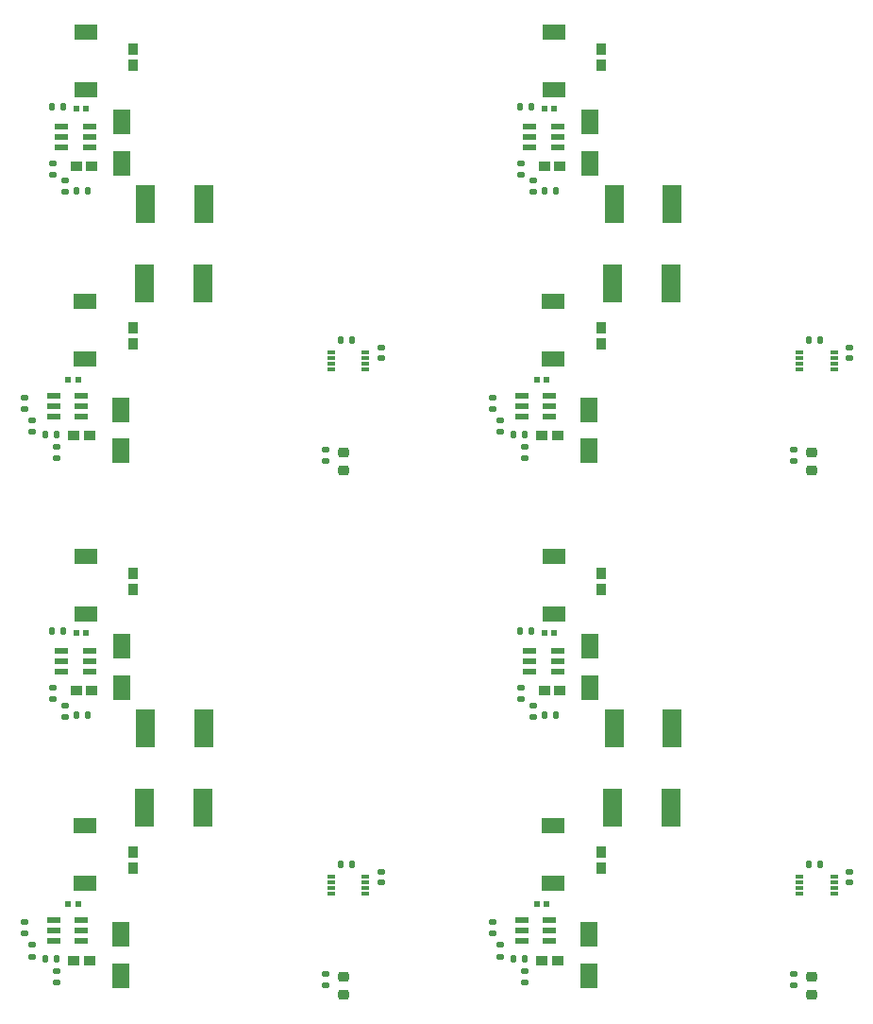
<source format=gbr>
%TF.GenerationSoftware,KiCad,Pcbnew,(6.0.11)*%
%TF.CreationDate,2023-02-14T10:41:56+13:00*%
%TF.ProjectId,shield_panel,73686965-6c64-45f7-9061-6e656c2e6b69,rev?*%
%TF.SameCoordinates,Original*%
%TF.FileFunction,Paste,Top*%
%TF.FilePolarity,Positive*%
%FSLAX46Y46*%
G04 Gerber Fmt 4.6, Leading zero omitted, Abs format (unit mm)*
G04 Created by KiCad (PCBNEW (6.0.11)) date 2023-02-14 10:41:56*
%MOMM*%
%LPD*%
G01*
G04 APERTURE LIST*
G04 Aperture macros list*
%AMRoundRect*
0 Rectangle with rounded corners*
0 $1 Rounding radius*
0 $2 $3 $4 $5 $6 $7 $8 $9 X,Y pos of 4 corners*
0 Add a 4 corners polygon primitive as box body*
4,1,4,$2,$3,$4,$5,$6,$7,$8,$9,$2,$3,0*
0 Add four circle primitives for the rounded corners*
1,1,$1+$1,$2,$3*
1,1,$1+$1,$4,$5*
1,1,$1+$1,$6,$7*
1,1,$1+$1,$8,$9*
0 Add four rect primitives between the rounded corners*
20,1,$1+$1,$2,$3,$4,$5,0*
20,1,$1+$1,$4,$5,$6,$7,0*
20,1,$1+$1,$6,$7,$8,$9,0*
20,1,$1+$1,$8,$9,$2,$3,0*%
G04 Aperture macros list end*
%ADD10R,1.010000X0.930000*%
%ADD11R,1.150000X0.600000*%
%ADD12R,0.530000X0.600000*%
%ADD13RoundRect,0.135000X-0.135000X-0.185000X0.135000X-0.185000X0.135000X0.185000X-0.135000X0.185000X0*%
%ADD14RoundRect,0.135000X0.185000X-0.135000X0.185000X0.135000X-0.185000X0.135000X-0.185000X-0.135000X0*%
%ADD15R,1.630000X2.169999*%
%ADD16RoundRect,0.218750X-0.256250X0.218750X-0.256250X-0.218750X0.256250X-0.218750X0.256250X0.218750X0*%
%ADD17R,2.108200X1.411999*%
%ADD18RoundRect,0.135000X0.135000X0.185000X-0.135000X0.185000X-0.135000X-0.185000X0.135000X-0.185000X0*%
%ADD19RoundRect,0.135000X-0.185000X0.135000X-0.185000X-0.135000X0.185000X-0.135000X0.185000X0.135000X0*%
%ADD20R,0.930000X1.010000*%
%ADD21R,0.800000X0.300000*%
%ADD22R,1.778000X3.505200*%
%ADD23RoundRect,0.140000X-0.140000X-0.170000X0.140000X-0.170000X0.140000X0.170000X-0.140000X0.170000X0*%
%ADD24RoundRect,0.140000X-0.170000X0.140000X-0.170000X-0.140000X0.170000X-0.140000X0.170000X0.140000X0*%
G04 APERTURE END LIST*
D10*
%TO.C,C207*%
X30582000Y-55450000D03*
X32000000Y-55450000D03*
%TD*%
D11*
%TO.C,IC202*%
X29500000Y-27700000D03*
X29500000Y-28650000D03*
X29500000Y-29600000D03*
X32000000Y-29600000D03*
X32000000Y-28650000D03*
X32000000Y-27700000D03*
%TD*%
D12*
%TO.C,C202*%
X72100000Y-50400000D03*
X72974000Y-50400000D03*
%TD*%
D13*
%TO.C,R210*%
X28590000Y-72950000D03*
X29610000Y-72950000D03*
%TD*%
D14*
%TO.C,R205*%
X71050000Y-57460000D03*
X71050000Y-56440000D03*
%TD*%
D15*
%TO.C,D206*%
X76900000Y-27328001D03*
X76900000Y-31048001D03*
%TD*%
D10*
%TO.C,C207*%
X72582000Y-102450000D03*
X74000000Y-102450000D03*
%TD*%
D16*
%TO.C,D501*%
X54742500Y-56962500D03*
X54742500Y-58537500D03*
%TD*%
D17*
%TO.C,L201*%
X73600000Y-95585598D03*
X73600000Y-90414402D03*
%TD*%
D11*
%TO.C,IC202*%
X71500000Y-74700000D03*
X71500000Y-75650000D03*
X71500000Y-76600000D03*
X74000000Y-76600000D03*
X74000000Y-75650000D03*
X74000000Y-74700000D03*
%TD*%
D14*
%TO.C,R205*%
X71050000Y-104460000D03*
X71050000Y-103440000D03*
%TD*%
D11*
%TO.C,IC202*%
X29500000Y-74700000D03*
X29500000Y-75650000D03*
X29500000Y-76600000D03*
X32000000Y-76600000D03*
X32000000Y-75650000D03*
X32000000Y-74700000D03*
%TD*%
D10*
%TO.C,C211*%
X30791000Y-78250000D03*
X32209000Y-78250000D03*
%TD*%
D18*
%TO.C,R206*%
X29050000Y-102350000D03*
X28030000Y-102350000D03*
%TD*%
D19*
%TO.C,R213*%
X29800000Y-79590000D03*
X29800000Y-80610000D03*
%TD*%
%TO.C,R202*%
X68850000Y-101090000D03*
X68850000Y-102110000D03*
%TD*%
D12*
%TO.C,C209*%
X30813000Y-73150000D03*
X31687000Y-73150000D03*
%TD*%
%TO.C,C202*%
X72100000Y-97400000D03*
X72974000Y-97400000D03*
%TD*%
D14*
%TO.C,R205*%
X29050000Y-57460000D03*
X29050000Y-56440000D03*
%TD*%
D19*
%TO.C,R213*%
X71800000Y-79590000D03*
X71800000Y-80610000D03*
%TD*%
D10*
%TO.C,C211*%
X30791000Y-31250000D03*
X32209000Y-31250000D03*
%TD*%
D20*
%TO.C,C210*%
X35917000Y-22200000D03*
X35917000Y-20782000D03*
%TD*%
D16*
%TO.C,D501*%
X96742500Y-103962500D03*
X96742500Y-105537500D03*
%TD*%
D21*
%TO.C,U502*%
X53670000Y-94945000D03*
X53670000Y-95445000D03*
X53670000Y-95945000D03*
X53670000Y-96445000D03*
X56770000Y-96445000D03*
X56770000Y-95945000D03*
X56770000Y-95445000D03*
X56770000Y-94945000D03*
%TD*%
D19*
%TO.C,R201*%
X68150000Y-52030000D03*
X68150000Y-53050000D03*
%TD*%
D11*
%TO.C,IC201*%
X70750000Y-51850000D03*
X70750000Y-52800000D03*
X70750000Y-53750000D03*
X73250000Y-53750000D03*
X73250000Y-52800000D03*
X73250000Y-51850000D03*
%TD*%
D16*
%TO.C,D501*%
X54742500Y-103962500D03*
X54742500Y-105537500D03*
%TD*%
D22*
%TO.C,F202*%
X79043400Y-34650000D03*
X84275800Y-34650000D03*
%TD*%
D18*
%TO.C,R206*%
X29050000Y-55350000D03*
X28030000Y-55350000D03*
%TD*%
%TO.C,R212*%
X73860000Y-80500000D03*
X72840000Y-80500000D03*
%TD*%
D10*
%TO.C,C211*%
X72791000Y-78250000D03*
X74209000Y-78250000D03*
%TD*%
D23*
%TO.C,C502*%
X96545000Y-93825000D03*
X97505000Y-93825000D03*
%TD*%
D12*
%TO.C,C209*%
X72813000Y-73150000D03*
X73687000Y-73150000D03*
%TD*%
D20*
%TO.C,C210*%
X77917000Y-22200000D03*
X77917000Y-20782000D03*
%TD*%
D22*
%TO.C,F202*%
X37043400Y-34650000D03*
X42275800Y-34650000D03*
%TD*%
D15*
%TO.C,D202*%
X34800000Y-53090000D03*
X34800000Y-56810000D03*
%TD*%
D18*
%TO.C,R212*%
X31860000Y-80500000D03*
X30840000Y-80500000D03*
%TD*%
D21*
%TO.C,U502*%
X53670000Y-47945000D03*
X53670000Y-48445000D03*
X53670000Y-48945000D03*
X53670000Y-49445000D03*
X56770000Y-49445000D03*
X56770000Y-48945000D03*
X56770000Y-48445000D03*
X56770000Y-47945000D03*
%TD*%
D17*
%TO.C,L201*%
X73600000Y-48585598D03*
X73600000Y-43414402D03*
%TD*%
D13*
%TO.C,R210*%
X70590000Y-72950000D03*
X71610000Y-72950000D03*
%TD*%
D22*
%TO.C,F201*%
X78933800Y-88750000D03*
X84166200Y-88750000D03*
%TD*%
D15*
%TO.C,D206*%
X76900000Y-74328001D03*
X76900000Y-78048001D03*
%TD*%
D23*
%TO.C,C502*%
X96545000Y-46825000D03*
X97505000Y-46825000D03*
%TD*%
D12*
%TO.C,C209*%
X72813000Y-26150000D03*
X73687000Y-26150000D03*
%TD*%
D18*
%TO.C,R212*%
X73860000Y-33500000D03*
X72840000Y-33500000D03*
%TD*%
D10*
%TO.C,C211*%
X72791000Y-31250000D03*
X74209000Y-31250000D03*
%TD*%
D19*
%TO.C,R211*%
X28700000Y-77990000D03*
X28700000Y-79010000D03*
%TD*%
D17*
%TO.C,L201*%
X31600000Y-95585598D03*
X31600000Y-90414402D03*
%TD*%
D19*
%TO.C,R501*%
X95172500Y-103665000D03*
X95172500Y-104685000D03*
%TD*%
D24*
%TO.C,C503*%
X58140000Y-94510000D03*
X58140000Y-95470000D03*
%TD*%
D13*
%TO.C,R210*%
X28590000Y-25950000D03*
X29610000Y-25950000D03*
%TD*%
D20*
%TO.C,C204*%
X35917000Y-47204500D03*
X35917000Y-45786500D03*
%TD*%
D19*
%TO.C,R213*%
X29800000Y-32590000D03*
X29800000Y-33610000D03*
%TD*%
%TO.C,R501*%
X53172500Y-103665000D03*
X53172500Y-104685000D03*
%TD*%
D12*
%TO.C,C209*%
X30813000Y-26150000D03*
X31687000Y-26150000D03*
%TD*%
D24*
%TO.C,C503*%
X100140000Y-47510000D03*
X100140000Y-48470000D03*
%TD*%
D17*
%TO.C,L203*%
X31650000Y-71435598D03*
X31650000Y-66264402D03*
%TD*%
%TO.C,L201*%
X31600000Y-48585598D03*
X31600000Y-43414402D03*
%TD*%
D15*
%TO.C,D202*%
X76800000Y-53090000D03*
X76800000Y-56810000D03*
%TD*%
D18*
%TO.C,R212*%
X31860000Y-33500000D03*
X30840000Y-33500000D03*
%TD*%
D20*
%TO.C,C204*%
X77917000Y-47204500D03*
X77917000Y-45786500D03*
%TD*%
D14*
%TO.C,R205*%
X29050000Y-104460000D03*
X29050000Y-103440000D03*
%TD*%
D22*
%TO.C,F202*%
X79043400Y-81650000D03*
X84275800Y-81650000D03*
%TD*%
D16*
%TO.C,D501*%
X96742500Y-56962500D03*
X96742500Y-58537500D03*
%TD*%
D15*
%TO.C,D202*%
X34800000Y-100090000D03*
X34800000Y-103810000D03*
%TD*%
D18*
%TO.C,R206*%
X71050000Y-102350000D03*
X70030000Y-102350000D03*
%TD*%
D10*
%TO.C,C207*%
X72582000Y-55450000D03*
X74000000Y-55450000D03*
%TD*%
D19*
%TO.C,R211*%
X70700000Y-30990000D03*
X70700000Y-32010000D03*
%TD*%
D11*
%TO.C,IC202*%
X71500000Y-27700000D03*
X71500000Y-28650000D03*
X71500000Y-29600000D03*
X74000000Y-29600000D03*
X74000000Y-28650000D03*
X74000000Y-27700000D03*
%TD*%
D24*
%TO.C,C503*%
X58140000Y-47510000D03*
X58140000Y-48470000D03*
%TD*%
D20*
%TO.C,C204*%
X35917000Y-94204500D03*
X35917000Y-92786500D03*
%TD*%
%TO.C,C210*%
X35917000Y-69200000D03*
X35917000Y-67782000D03*
%TD*%
D24*
%TO.C,C503*%
X100140000Y-94510000D03*
X100140000Y-95470000D03*
%TD*%
D13*
%TO.C,R210*%
X70590000Y-25950000D03*
X71610000Y-25950000D03*
%TD*%
D12*
%TO.C,C202*%
X30100000Y-50400000D03*
X30974000Y-50400000D03*
%TD*%
D19*
%TO.C,R202*%
X26850000Y-101090000D03*
X26850000Y-102110000D03*
%TD*%
D17*
%TO.C,L203*%
X73650000Y-24435598D03*
X73650000Y-19264402D03*
%TD*%
D19*
%TO.C,R211*%
X28700000Y-30990000D03*
X28700000Y-32010000D03*
%TD*%
%TO.C,R213*%
X71800000Y-32590000D03*
X71800000Y-33610000D03*
%TD*%
D21*
%TO.C,U502*%
X95670000Y-47945000D03*
X95670000Y-48445000D03*
X95670000Y-48945000D03*
X95670000Y-49445000D03*
X98770000Y-49445000D03*
X98770000Y-48945000D03*
X98770000Y-48445000D03*
X98770000Y-47945000D03*
%TD*%
%TO.C,U502*%
X95670000Y-94945000D03*
X95670000Y-95445000D03*
X95670000Y-95945000D03*
X95670000Y-96445000D03*
X98770000Y-96445000D03*
X98770000Y-95945000D03*
X98770000Y-95445000D03*
X98770000Y-94945000D03*
%TD*%
D19*
%TO.C,R501*%
X95172500Y-56665000D03*
X95172500Y-57685000D03*
%TD*%
D10*
%TO.C,C207*%
X30582000Y-102450000D03*
X32000000Y-102450000D03*
%TD*%
D20*
%TO.C,C210*%
X77917000Y-69200000D03*
X77917000Y-67782000D03*
%TD*%
D19*
%TO.C,R201*%
X26150000Y-99030000D03*
X26150000Y-100050000D03*
%TD*%
D22*
%TO.C,F201*%
X78933800Y-41750000D03*
X84166200Y-41750000D03*
%TD*%
D20*
%TO.C,C204*%
X77917000Y-94204500D03*
X77917000Y-92786500D03*
%TD*%
D19*
%TO.C,R501*%
X53172500Y-56665000D03*
X53172500Y-57685000D03*
%TD*%
%TO.C,R211*%
X70700000Y-77990000D03*
X70700000Y-79010000D03*
%TD*%
D11*
%TO.C,IC201*%
X28750000Y-98850000D03*
X28750000Y-99800000D03*
X28750000Y-100750000D03*
X31250000Y-100750000D03*
X31250000Y-99800000D03*
X31250000Y-98850000D03*
%TD*%
D23*
%TO.C,C502*%
X54545000Y-93825000D03*
X55505000Y-93825000D03*
%TD*%
D22*
%TO.C,F202*%
X37043400Y-81650000D03*
X42275800Y-81650000D03*
%TD*%
D18*
%TO.C,R206*%
X71050000Y-55350000D03*
X70030000Y-55350000D03*
%TD*%
D15*
%TO.C,D206*%
X34900000Y-27328001D03*
X34900000Y-31048001D03*
%TD*%
D23*
%TO.C,C502*%
X54545000Y-46825000D03*
X55505000Y-46825000D03*
%TD*%
D22*
%TO.C,F201*%
X36933800Y-41750000D03*
X42166200Y-41750000D03*
%TD*%
D12*
%TO.C,C202*%
X30100000Y-97400000D03*
X30974000Y-97400000D03*
%TD*%
D19*
%TO.C,R202*%
X68850000Y-54090000D03*
X68850000Y-55110000D03*
%TD*%
D17*
%TO.C,L203*%
X31650000Y-24435598D03*
X31650000Y-19264402D03*
%TD*%
D15*
%TO.C,D206*%
X34900000Y-74328001D03*
X34900000Y-78048001D03*
%TD*%
D17*
%TO.C,L203*%
X73650000Y-71435598D03*
X73650000Y-66264402D03*
%TD*%
D19*
%TO.C,R201*%
X68150000Y-99030000D03*
X68150000Y-100050000D03*
%TD*%
D15*
%TO.C,D202*%
X76800000Y-100090000D03*
X76800000Y-103810000D03*
%TD*%
D19*
%TO.C,R202*%
X26850000Y-54090000D03*
X26850000Y-55110000D03*
%TD*%
D11*
%TO.C,IC201*%
X70750000Y-98850000D03*
X70750000Y-99800000D03*
X70750000Y-100750000D03*
X73250000Y-100750000D03*
X73250000Y-99800000D03*
X73250000Y-98850000D03*
%TD*%
%TO.C,IC201*%
X28750000Y-51850000D03*
X28750000Y-52800000D03*
X28750000Y-53750000D03*
X31250000Y-53750000D03*
X31250000Y-52800000D03*
X31250000Y-51850000D03*
%TD*%
D22*
%TO.C,F201*%
X36933800Y-88750000D03*
X42166200Y-88750000D03*
%TD*%
D19*
%TO.C,R201*%
X26150000Y-52030000D03*
X26150000Y-53050000D03*
%TD*%
M02*

</source>
